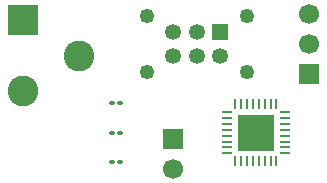
<source format=gbr>
%TF.GenerationSoftware,KiCad,Pcbnew,9.0.3*%
%TF.CreationDate,2025-08-05T13:39:03+02:00*%
%TF.ProjectId,Robotic_arm,526f626f-7469-4635-9f61-726d2e6b6963,rev?*%
%TF.SameCoordinates,Original*%
%TF.FileFunction,Soldermask,Top*%
%TF.FilePolarity,Negative*%
%FSLAX46Y46*%
G04 Gerber Fmt 4.6, Leading zero omitted, Abs format (unit mm)*
G04 Created by KiCad (PCBNEW 9.0.3) date 2025-08-05 13:39:03*
%MOMM*%
%LPD*%
G01*
G04 APERTURE LIST*
G04 Aperture macros list*
%AMRoundRect*
0 Rectangle with rounded corners*
0 $1 Rounding radius*
0 $2 $3 $4 $5 $6 $7 $8 $9 X,Y pos of 4 corners*
0 Add a 4 corners polygon primitive as box body*
4,1,4,$2,$3,$4,$5,$6,$7,$8,$9,$2,$3,0*
0 Add four circle primitives for the rounded corners*
1,1,$1+$1,$2,$3*
1,1,$1+$1,$4,$5*
1,1,$1+$1,$6,$7*
1,1,$1+$1,$8,$9*
0 Add four rect primitives between the rounded corners*
20,1,$1+$1,$2,$3,$4,$5,0*
20,1,$1+$1,$4,$5,$6,$7,0*
20,1,$1+$1,$6,$7,$8,$9,0*
20,1,$1+$1,$8,$9,$2,$3,0*%
G04 Aperture macros list end*
%ADD10R,2.600000X2.600000*%
%ADD11C,2.600000*%
%ADD12C,1.250000*%
%ADD13R,1.350000X1.350000*%
%ADD14C,1.350000*%
%ADD15R,3.100000X3.100000*%
%ADD16RoundRect,0.062500X0.062500X0.375000X-0.062500X0.375000X-0.062500X-0.375000X0.062500X-0.375000X0*%
%ADD17RoundRect,0.062500X0.375000X0.062500X-0.375000X0.062500X-0.375000X-0.062500X0.375000X-0.062500X0*%
%ADD18R,1.700000X1.700000*%
%ADD19C,1.700000*%
%ADD20RoundRect,0.100000X0.130000X0.100000X-0.130000X0.100000X-0.130000X-0.100000X0.130000X-0.100000X0*%
G04 APERTURE END LIST*
D10*
%TO.C,J4*%
X132800000Y-75500000D03*
D11*
X132800000Y-81500000D03*
X137500000Y-78500000D03*
%TD*%
D12*
%TO.C,J1*%
X151750000Y-79892500D03*
X151750000Y-75142500D03*
X143250000Y-79892500D03*
X143250000Y-75142500D03*
D13*
X149500000Y-76517500D03*
D14*
X147500000Y-76517500D03*
X145500000Y-76517500D03*
X149500000Y-78517500D03*
X147500000Y-78517500D03*
X145500000Y-78517500D03*
%TD*%
D15*
%TO.C,U2*%
X152500000Y-85000000D03*
D16*
X154250000Y-87437500D03*
X153750000Y-87437500D03*
X153250000Y-87437500D03*
X152750000Y-87437500D03*
X152250000Y-87437500D03*
X151750000Y-87437500D03*
X151250000Y-87437500D03*
X150750000Y-87437500D03*
D17*
X150062500Y-86750000D03*
X150062500Y-86250000D03*
X150062500Y-85750000D03*
X150062500Y-85250000D03*
X150062500Y-84750000D03*
X150062500Y-84250000D03*
X150062500Y-83750000D03*
X150062500Y-83250000D03*
D16*
X150750000Y-82562500D03*
X151250000Y-82562500D03*
X151750000Y-82562500D03*
X152250000Y-82562500D03*
X152750000Y-82562500D03*
X153250000Y-82562500D03*
X153750000Y-82562500D03*
X154250000Y-82562500D03*
D17*
X154937500Y-83250000D03*
X154937500Y-83750000D03*
X154937500Y-84250000D03*
X154937500Y-84750000D03*
X154937500Y-85250000D03*
X154937500Y-85750000D03*
X154937500Y-86250000D03*
X154937500Y-86750000D03*
%TD*%
D18*
%TO.C,J3*%
X145500000Y-85500000D03*
D19*
X145500000Y-88040000D03*
%TD*%
D18*
%TO.C,J2*%
X157000000Y-80040000D03*
D19*
X157000000Y-77500000D03*
X157000000Y-74960000D03*
%TD*%
D20*
%TO.C,C3*%
X140975000Y-82500000D03*
X140335000Y-82500000D03*
%TD*%
%TO.C,C2*%
X140975000Y-85000000D03*
X140335000Y-85000000D03*
%TD*%
%TO.C,C1*%
X140975000Y-87500000D03*
X140335000Y-87500000D03*
%TD*%
M02*

</source>
